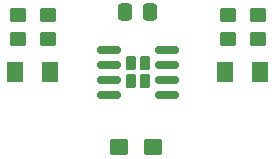
<source format=gbr>
%TF.GenerationSoftware,KiCad,Pcbnew,(6.0.10)*%
%TF.CreationDate,2023-02-16T14:14:42-08:00*%
%TF.ProjectId,Exercise 2,45786572-6369-4736-9520-322e6b696361,rev?*%
%TF.SameCoordinates,Original*%
%TF.FileFunction,Paste,Top*%
%TF.FilePolarity,Positive*%
%FSLAX46Y46*%
G04 Gerber Fmt 4.6, Leading zero omitted, Abs format (unit mm)*
G04 Created by KiCad (PCBNEW (6.0.10)) date 2023-02-16 14:14:42*
%MOMM*%
%LPD*%
G01*
G04 APERTURE LIST*
G04 Aperture macros list*
%AMRoundRect*
0 Rectangle with rounded corners*
0 $1 Rounding radius*
0 $2 $3 $4 $5 $6 $7 $8 $9 X,Y pos of 4 corners*
0 Add a 4 corners polygon primitive as box body*
4,1,4,$2,$3,$4,$5,$6,$7,$8,$9,$2,$3,0*
0 Add four circle primitives for the rounded corners*
1,1,$1+$1,$2,$3*
1,1,$1+$1,$4,$5*
1,1,$1+$1,$6,$7*
1,1,$1+$1,$8,$9*
0 Add four rect primitives between the rounded corners*
20,1,$1+$1,$2,$3,$4,$5,0*
20,1,$1+$1,$4,$5,$6,$7,0*
20,1,$1+$1,$6,$7,$8,$9,0*
20,1,$1+$1,$8,$9,$2,$3,0*%
G04 Aperture macros list end*
%ADD10RoundRect,0.250001X-0.462499X-0.624999X0.462499X-0.624999X0.462499X0.624999X-0.462499X0.624999X0*%
%ADD11RoundRect,0.250000X-0.450000X0.350000X-0.450000X-0.350000X0.450000X-0.350000X0.450000X0.350000X0*%
%ADD12RoundRect,0.250000X0.450000X-0.350000X0.450000X0.350000X-0.450000X0.350000X-0.450000X-0.350000X0*%
%ADD13RoundRect,0.250000X0.337500X0.475000X-0.337500X0.475000X-0.337500X-0.475000X0.337500X-0.475000X0*%
%ADD14RoundRect,0.250000X0.537500X0.425000X-0.537500X0.425000X-0.537500X-0.425000X0.537500X-0.425000X0*%
%ADD15RoundRect,0.230000X-0.230000X-0.375000X0.230000X-0.375000X0.230000X0.375000X-0.230000X0.375000X0*%
%ADD16RoundRect,0.150000X-0.825000X-0.150000X0.825000X-0.150000X0.825000X0.150000X-0.825000X0.150000X0*%
G04 APERTURE END LIST*
D10*
%TO.C,D2*%
X164882500Y-93980000D03*
X167857500Y-93980000D03*
%TD*%
D11*
%TO.C,R4*%
X167640000Y-89170000D03*
X167640000Y-91170000D03*
%TD*%
D12*
%TO.C,R3*%
X147320000Y-91170000D03*
X147320000Y-89170000D03*
%TD*%
%TO.C,R1*%
X149860000Y-91170000D03*
X149860000Y-89170000D03*
%TD*%
D13*
%TO.C,C2*%
X158517500Y-88900000D03*
X156442500Y-88900000D03*
%TD*%
D14*
%TO.C,C1*%
X158750000Y-100330000D03*
X155875000Y-100330000D03*
%TD*%
D15*
%TO.C,U1*%
X156940000Y-94730000D03*
X158080000Y-93230000D03*
X158080000Y-94730000D03*
X156940000Y-93230000D03*
D16*
X155035000Y-92075000D03*
X155035000Y-93345000D03*
X155035000Y-94615000D03*
X155035000Y-95885000D03*
X159985000Y-95885000D03*
X159985000Y-94615000D03*
X159985000Y-93345000D03*
X159985000Y-92075000D03*
%TD*%
D12*
%TO.C,R2*%
X165100000Y-91170000D03*
X165100000Y-89170000D03*
%TD*%
D10*
%TO.C,D1*%
X147102500Y-93980000D03*
X150077500Y-93980000D03*
%TD*%
M02*

</source>
